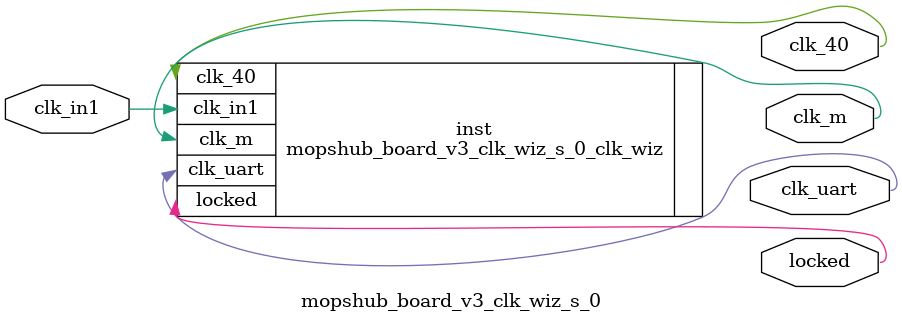
<source format=v>


`timescale 1ps/1ps

(* CORE_GENERATION_INFO = "mopshub_board_v3_clk_wiz_s_0,clk_wiz_v6_0_6_0_0,{component_name=mopshub_board_v3_clk_wiz_s_0,use_phase_alignment=true,use_min_o_jitter=false,use_max_i_jitter=false,use_dyn_phase_shift=false,use_inclk_switchover=false,use_dyn_reconfig=false,enable_axi=0,feedback_source=FDBK_AUTO,PRIMITIVE=MMCM,num_out_clk=3,clkin1_period=25.000,clkin2_period=10.0,use_power_down=false,use_reset=false,use_locked=true,use_inclk_stopped=false,feedback_type=SINGLE,CLOCK_MGR_TYPE=NA,manual_override=false}" *)

module mopshub_board_v3_clk_wiz_s_0 
 (
  // Clock out ports
  output        clk_40,
  output        clk_m,
  output        clk_uart,
  // Status and control signals
  output        locked,
 // Clock in ports
  input         clk_in1
 );

  mopshub_board_v3_clk_wiz_s_0_clk_wiz inst
  (
  // Clock out ports  
  .clk_40(clk_40),
  .clk_m(clk_m),
  .clk_uart(clk_uart),
  // Status and control signals               
  .locked(locked),
 // Clock in ports
  .clk_in1(clk_in1)
  );

endmodule

</source>
